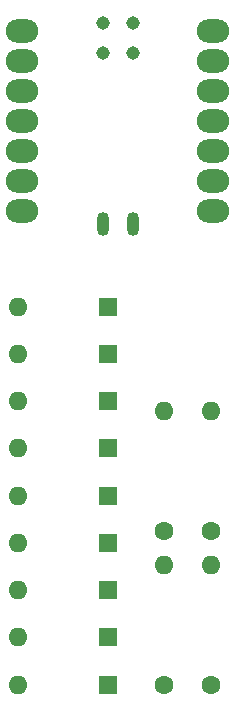
<source format=gts>
%TF.GenerationSoftware,KiCad,Pcbnew,(6.0.10)*%
%TF.CreationDate,2023-02-27T17:13:16-08:00*%
%TF.ProjectId,Top PCB,546f7020-5043-4422-9e6b-696361645f70,rev?*%
%TF.SameCoordinates,Original*%
%TF.FileFunction,Soldermask,Top*%
%TF.FilePolarity,Negative*%
%FSLAX46Y46*%
G04 Gerber Fmt 4.6, Leading zero omitted, Abs format (unit mm)*
G04 Created by KiCad (PCBNEW (6.0.10)) date 2023-02-27 17:13:16*
%MOMM*%
%LPD*%
G01*
G04 APERTURE LIST*
%ADD10O,2.748280X1.998980*%
%ADD11O,1.016000X2.032000*%
%ADD12C,1.143000*%
%ADD13R,1.600000X1.600000*%
%ADD14O,1.600000X1.600000*%
%ADD15C,1.600000*%
G04 APERTURE END LIST*
D10*
%TO.C,U1*%
X138943120Y-54677180D03*
X138943120Y-57217180D03*
X138943120Y-59757180D03*
X138943120Y-62297180D03*
X138943120Y-64837180D03*
X138943120Y-67377180D03*
X138943120Y-69917180D03*
X155107680Y-69917180D03*
X155107680Y-67377180D03*
X155107680Y-64837180D03*
X155107680Y-62297180D03*
X155107680Y-59757180D03*
X155107680Y-57217180D03*
X155107680Y-54677180D03*
D11*
X145810000Y-70995000D03*
X148360000Y-70995000D03*
D12*
X145808803Y-53990813D03*
X148348803Y-53990813D03*
X145808803Y-56530813D03*
X148348803Y-56530813D03*
%TD*%
D13*
%TO.C,D7*%
X146280000Y-102000000D03*
D14*
X138660000Y-102000000D03*
%TD*%
D13*
%TO.C,D8*%
X146280000Y-90000000D03*
D14*
X138660000Y-90000000D03*
%TD*%
D13*
%TO.C,D9*%
X146280000Y-78000000D03*
D14*
X138660000Y-78000000D03*
%TD*%
D15*
%TO.C,R2*%
X155000000Y-97000000D03*
D14*
X155000000Y-86840000D03*
%TD*%
D13*
%TO.C,D2*%
X146280000Y-98000000D03*
D14*
X138660000Y-98000000D03*
%TD*%
D13*
%TO.C,D1*%
X146280000Y-110000000D03*
D14*
X138660000Y-110000000D03*
%TD*%
D13*
%TO.C,D6*%
X146280000Y-82000000D03*
D14*
X138660000Y-82000000D03*
%TD*%
D13*
%TO.C,D3*%
X146280000Y-86000000D03*
D14*
X138660000Y-86000000D03*
%TD*%
D13*
%TO.C,D4*%
X146280000Y-106000000D03*
D14*
X138660000Y-106000000D03*
%TD*%
D15*
%TO.C,R1*%
X151000000Y-97000000D03*
D14*
X151000000Y-86840000D03*
%TD*%
D15*
%TO.C,R3*%
X151000000Y-110000000D03*
D14*
X151000000Y-99840000D03*
%TD*%
D15*
%TO.C,R5*%
X155000000Y-110000000D03*
D14*
X155000000Y-99840000D03*
%TD*%
D13*
%TO.C,D5*%
X146280000Y-94000000D03*
D14*
X138660000Y-94000000D03*
%TD*%
M02*

</source>
